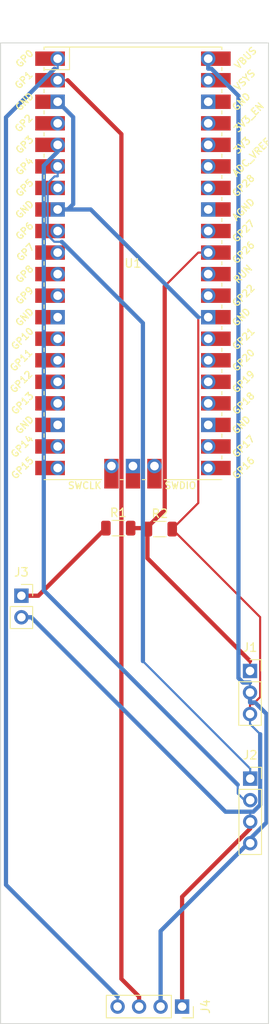
<source format=kicad_pcb>
(kicad_pcb (version 20221018) (generator pcbnew)
  (layers (0 "F.Cu" signal) (31 "B.Cu" signal) (34 "B.Paste" user) (35 "F.Paste" user) (36 "B.SilkS" user "B.Silkscreen") (37 "F.SilkS" user "F.Silkscreen") (38 "B.Mask" user) (39 "F.Mask" user) (44 "Edge.Cuts" user))
  (net 0 "")
  (net 35 "/SIG")
  (net 36 "5V")
  (net 37 "GND")
  (net 38 "/GP13")
  (net 39 "/GP12")
  (net 40 "/VIN")
  (net 41 "/DIO")
  (net 42 "/CLK")
  (footprint "Connector_PinSocket_2.54mm:PinSocket_1x03_P2.54mm_Vertical" (layer "F.Cu") (at 156.0225 118.72)
    (fp_text reference "J1" (at 0 -2.77) (layer "F.SilkS"))
    (fp_text value "SENS")
    (fp_line (start -1.33 1.27) (end -1.33 6.41) (stroke (width 0.12)) (layer "F.SilkS"))
    (fp_line (start -1.33 1.27) (end 1.33 1.27) (stroke (width 0.12)) (layer "F.SilkS"))
    (fp_line (start -1.33 6.41) (end 1.33 6.41) (stroke (width 0.12)) (layer "F.SilkS"))
    (fp_line (start 0 -1.33) (end 1.33 -1.33) (stroke (width 0.12)) (layer "F.SilkS"))
    (fp_line (start 1.33 -1.33) (end 1.33 0) (stroke (width 0.12)) (layer "F.SilkS"))
    (fp_line (start 1.33 1.27) (end 1.33 6.41) (stroke (width 0.12)) (layer "F.SilkS"))
    (pad "1" thru_hole rect (at 0 0) (size 1.7 1.7) (drill 1) (layers "*.Cu" "*.Mask") (net 35 "/SIG"))
    (pad "2" thru_hole oval (at 0 2.54) (size 1.7 1.7) (drill 1) (layers "*.Cu" "*.Mask") (net 36 "5V"))
    (pad "3" thru_hole oval (at 0 5.08) (size 1.7 1.7) (drill 1) (layers "*.Cu" "*.Mask") (net 37 "GND"))
  )
  (footprint "Connector_PinSocket_2.54mm:PinSocket_1x04_P2.54mm_Vertical" (layer "F.Cu") (at 156.0475 131.41)
    (fp_text reference "J2" (at 0 -2.77) (layer "F.SilkS"))
    (fp_text value "CURRENT")
    (fp_line (start -1.33 1.27) (end -1.33 8.95) (stroke (width 0.12)) (layer "F.SilkS"))
    (fp_line (start -1.33 1.27) (end 1.33 1.27) (stroke (width 0.12)) (layer "F.SilkS"))
    (fp_line (start -1.33 8.95) (end 1.33 8.95) (stroke (width 0.12)) (layer "F.SilkS"))
    (fp_line (start 0 -1.33) (end 1.33 -1.33) (stroke (width 0.12)) (layer "F.SilkS"))
    (fp_line (start 1.33 -1.33) (end 1.33 0) (stroke (width 0.12)) (layer "F.SilkS"))
    (fp_line (start 1.33 1.27) (end 1.33 8.95) (stroke (width 0.12)) (layer "F.SilkS"))
    (pad "1" thru_hole rect (at 0 0) (size 1.7 1.7) (drill 1) (layers "*.Cu" "*.Mask") (net 38 "/GP13"))
    (pad "2" thru_hole oval (at 0 2.54) (size 1.7 1.7) (drill 1) (layers "*.Cu" "*.Mask") (net 39 "/GP12"))
    (pad "3" thru_hole oval (at 0 5.08) (size 1.7 1.7) (drill 1) (layers "*.Cu" "*.Mask") (net 37 "GND"))
    (pad "4" thru_hole oval (at 0 7.62) (size 1.7 1.7) (drill 1) (layers "*.Cu" "*.Mask") (net 36 "5V"))
  )
  (footprint "RPI PICO:RPi_Pico_SMD_TH" (layer "F.Cu") (at 142.1975 70.66)
    (fp_text reference "U1" (at 0 0) (layer "F.SilkS"))
    (fp_text value "Pico")
    (fp_text user "GP22" (at 13.054 3.81 45) (layer "F.SilkS") (effects (font (size 0.8 0.8))))
    (fp_text user "GP6" (at -12.8 -3.81 45) (layer "F.SilkS") (effects (font (size 0.8 0.8))))
    (fp_text user "GP11" (at -13.2 11.43 45) (layer "F.SilkS") (effects (font (size 0.8 0.8))))
    (fp_text user "GP10" (at -13.054 8.89 45) (layer "F.SilkS") (effects (font (size 0.8 0.8))))
    (fp_text user "GP7" (at -12.7 -1.3 45) (layer "F.SilkS") (effects (font (size 0.8 0.8))))
    (fp_text user "GP28" (at 13.054 -9.144 45) (layer "F.SilkS") (effects (font (size 0.8 0.8))))
    (fp_text user "VSYS" (at 13.2 -21.59 45) (layer "F.SilkS") (effects (font (size 0.8 0.8))))
    (fp_text user "VBUS" (at 13.3 -24.2 45) (layer "F.SilkS") (effects (font (size 0.8 0.8))))
    (fp_text user "ADC_VREF" (at 14 -12.5 45) (layer "F.SilkS") (effects (font (size 0.8 0.8))))
    (fp_text user "GP0" (at -12.8 -24.13 45) (layer "F.SilkS") (effects (font (size 0.8 0.8))))
    (fp_text user "GP21" (at 13.054 8.9 45) (layer "F.SilkS") (effects (font (size 0.8 0.8))))
    (fp_text user "3V3" (at 12.9 -13.9 45) (layer "F.SilkS") (effects (font (size 0.8 0.8))))
    (fp_text user "GND" (at 12.8 -19.05 45) (layer "F.SilkS") (effects (font (size 0.8 0.8))))
    (fp_text user "3V3_EN" (at 13.7 -17.2 45) (layer "F.SilkS") (effects (font (size 0.8 0.8))))
    (fp_text user "GP12" (at -13.2 13.97 45) (layer "F.SilkS") (effects (font (size 0.8 0.8))))
    (fp_text user "GND" (at -12.8 19.05 45) (layer "F.SilkS") (effects (font (size 0.8 0.8))))
    (fp_text user "GP14" (at -13.1 21.59 45) (layer "F.SilkS") (effects (font (size 0.8 0.8))))
    (fp_text user "GND" (at -12.8 -19.05 45) (layer "F.SilkS") (effects (font (size 0.8 0.8))))
    (fp_text user "GP8" (at -12.8 1.27 45) (layer "F.SilkS") (effects (font (size 0.8 0.8))))
    (fp_text user "AGND" (at 13.054 -6.35 45) (layer "F.SilkS") (effects (font (size 0.8 0.8))))
    (fp_text user "GND" (at 12.8 6.35 45) (layer "F.SilkS") (effects (font (size 0.8 0.8))))
    (fp_text user "GP16" (at 13.054 24.13 45) (layer "F.SilkS") (effects (font (size 0.8 0.8))))
    (fp_text user "GP19" (at 13.054 13.97 45) (layer "F.SilkS") (effects (font (size 0.8 0.8))))
    (fp_text user "GP1" (at -12.9 -21.6 45) (layer "F.SilkS") (effects (font (size 0.8 0.8))))
    (fp_text user "GP5" (at -12.8 -8.89 45) (layer "F.SilkS") (effects (font (size 0.8 0.8))))
    (fp_text user "GND" (at -12.8 -6.35 45) (layer "F.SilkS") (effects (font (size 0.8 0.8))))
    (fp_text user "GP9" (at -12.8 3.81 45) (layer "F.SilkS") (effects (font (size 0.8 0.8))))
    (fp_text user "GND" (at -12.8 6.35 45) (layer "F.SilkS") (effects (font (size 0.8 0.8))))
    (fp_text user "GP18" (at 13.054 16.51 45) (layer "F.SilkS") (effects (font (size 0.8 0.8))))
    (fp_text user "GP20" (at 13.054 11.43 45) (layer "F.SilkS") (effects (font (size 0.8 0.8))))
    (fp_text user "GP2" (at -12.9 -16.51 45) (layer "F.SilkS") (effects (font (size 0.8 0.8))))
    (fp_text user "GP13" (at -13.054 16.51 45) (layer "F.SilkS") (effects (font (size 0.8 0.8))))
    (fp_text user "GP27" (at 13.054 -3.8 45) (layer "F.SilkS") (effects (font (size 0.8 0.8))))
    (fp_text user "GND" (at 12.8 19.05 45) (layer "F.SilkS") (effects (font (size 0.8 0.8))))
    (fp_text user "RUN" (at 13 1.27 45) (layer "F.SilkS") (effects (font (size 0.8 0.8))))
    (fp_text user "GP17" (at 13.054 21.59 45) (layer "F.SilkS") (effects (font (size 0.8 0.8))))
    (fp_text user "SWDIO" (at 5.6 26.2) (layer "F.SilkS") (effects (font (size 0.8 0.8))))
    (fp_text user "GP3" (at -12.8 -13.97 45) (layer "F.SilkS") (effects (font (size 0.8 0.8))))
    (fp_text user "GP15" (at -13.054 24.13 45) (layer "F.SilkS") (effects (font (size 0.8 0.8))))
    (fp_text user "GP26" (at 13.054 -1.27 45) (layer "F.SilkS") (effects (font (size 0.8 0.8))))
    (fp_text user "SWCLK" (at -5.7 26.2) (layer "F.SilkS") (effects (font (size 0.8 0.8))))
    (fp_text user "GP4" (at -12.8 -11.43 45) (layer "F.SilkS") (effects (font (size 0.8 0.8))))
    (fp_line (start -10.5 -25.5) (end -10.5 -25.2) (stroke (width 0.12)) (layer "F.SilkS"))
    (fp_line (start -10.5 -25.5) (end 10.5 -25.5) (stroke (width 0.12)) (layer "F.SilkS"))
    (fp_line (start -10.5 -23.1) (end -10.5 -22.7) (stroke (width 0.12)) (layer "F.SilkS"))
    (fp_line (start -10.5 -22.833) (end -7.493 -22.833) (stroke (width 0.12)) (layer "F.SilkS"))
    (fp_line (start -10.5 -20.5) (end -10.5 -20.1) (stroke (width 0.12)) (layer "F.SilkS"))
    (fp_line (start -10.5 -18) (end -10.5 -17.6) (stroke (width 0.12)) (layer "F.SilkS"))
    (fp_line (start -10.5 -15.4) (end -10.5 -15) (stroke (width 0.12)) (layer "F.SilkS"))
    (fp_line (start -10.5 -12.9) (end -10.5 -12.5) (stroke (width 0.12)) (layer "F.SilkS"))
    (fp_line (start -10.5 -10.4) (end -10.5 -10) (stroke (width 0.12)) (layer "F.SilkS"))
    (fp_line (start -10.5 -7.8) (end -10.5 -7.4) (stroke (width 0.12)) (layer "F.SilkS"))
    (fp_line (start -10.5 -5.3) (end -10.5 -4.9) (stroke (width 0.12)) (layer "F.SilkS"))
    (fp_line (start -10.5 -2.7) (end -10.5 -2.3) (stroke (width 0.12)) (layer "F.SilkS"))
    (fp_line (start -10.5 -0.2) (end -10.5 0.2) (stroke (width 0.12)) (layer "F.SilkS"))
    (fp_line (start -10.5 2.3) (end -10.5 2.7) (stroke (width 0.12)) (layer "F.SilkS"))
    (fp_line (start -10.5 4.9) (end -10.5 5.3) (stroke (width 0.12)) (layer "F.SilkS"))
    (fp_line (start -10.5 7.4) (end -10.5 7.8) (stroke (width 0.12)) (layer "F.SilkS"))
    (fp_line (start -10.5 10) (end -10.5 10.4) (stroke (width 0.12)) (layer "F.SilkS"))
    (fp_line (start -10.5 12.5) (end -10.5 12.9) (stroke (width 0.12)) (layer "F.SilkS"))
    (fp_line (start -10.5 15.1) (end -10.5 15.5) (stroke (width 0.12)) (layer "F.SilkS"))
    (fp_line (start -10.5 17.6) (end -10.5 18) (stroke (width 0.12)) (layer "F.SilkS"))
    (fp_line (start -10.5 20.1) (end -10.5 20.5) (stroke (width 0.12)) (layer "F.SilkS"))
    (fp_line (start -10.5 22.7) (end -10.5 23.1) (stroke (width 0.12)) (layer "F.SilkS"))
    (fp_line (start -7.493 -22.833) (end -7.493 -25.5) (stroke (width 0.12)) (layer "F.SilkS"))
    (fp_line (start -3.7 25.5) (end -10.5 25.5) (stroke (width 0.12)) (layer "F.SilkS"))
    (fp_line (start -1.5 25.5) (end -1.1 25.5) (stroke (width 0.12)) (layer "F.SilkS"))
    (fp_line (start 1.1 25.5) (end 1.5 25.5) (stroke (width 0.12)) (layer "F.SilkS"))
    (fp_line (start 10.5 -25.5) (end 10.5 -25.2) (stroke (width 0.12)) (layer "F.SilkS"))
    (fp_line (start 10.5 -23.1) (end 10.5 -22.7) (stroke (width 0.12)) (layer "F.SilkS"))
    (fp_line (start 10.5 -20.5) (end 10.5 -20.1) (stroke (width 0.12)) (layer "F.SilkS"))
    (fp_line (start 10.5 -18) (end 10.5 -17.6) (stroke (width 0.12)) (layer "F.SilkS"))
    (fp_line (start 10.5 -15.4) (end 10.5 -15) (stroke (width 0.12)) (layer "F.SilkS"))
    (fp_line (start 10.5 -12.9) (end 10.5 -12.5) (stroke (width 0.12)) (layer "F.SilkS"))
    (fp_line (start 10.5 -10.4) (end 10.5 -10) (stroke (width 0.12)) (layer "F.SilkS"))
    (fp_line (start 10.5 -7.8) (end 10.5 -7.4) (stroke (width 0.12)) (layer "F.SilkS"))
    (fp_line (start 10.5 -5.3) (end 10.5 -4.9) (stroke (width 0.12)) (layer "F.SilkS"))
    (fp_line (start 10.5 -2.7) (end 10.5 -2.3) (stroke (width 0.12)) (layer "F.SilkS"))
    (fp_line (start 10.5 -0.2) (end 10.5 0.2) (stroke (width 0.12)) (layer "F.SilkS"))
    (fp_line (start 10.5 2.3) (end 10.5 2.7) (stroke (width 0.12)) (layer "F.SilkS"))
    (fp_line (start 10.5 4.9) (end 10.5 5.3) (stroke (width 0.12)) (layer "F.SilkS"))
    (fp_line (start 10.5 7.4) (end 10.5 7.8) (stroke (width 0.12)) (layer "F.SilkS"))
    (fp_line (start 10.5 10) (end 10.5 10.4) (stroke (width 0.12)) (layer "F.SilkS"))
    (fp_line (start 10.5 12.5) (end 10.5 12.9) (stroke (width 0.12)) (layer "F.SilkS"))
    (fp_line (start 10.5 15.1) (end 10.5 15.5) (stroke (width 0.12)) (layer "F.SilkS"))
    (fp_line (start 10.5 17.6) (end 10.5 18) (stroke (width 0.12)) (layer "F.SilkS"))
    (fp_line (start 10.5 20.1) (end 10.5 20.5) (stroke (width 0.12)) (layer "F.SilkS"))
    (fp_line (start 10.5 22.7) (end 10.5 23.1) (stroke (width 0.12)) (layer "F.SilkS"))
    (fp_line (start 10.5 25.5) (end 3.7 25.5) (stroke (width 0.12)) (layer "F.SilkS"))
    (pad "" np_thru_hole oval (at -2.725 -24) (size 1.8 1.8) (drill 1.8) (layers "*.Cu" "*.Mask"))
    (pad "" np_thru_hole oval (at -2.425 -20.97) (size 1.5 1.5) (drill 1.5) (layers "*.Cu" "*.Mask"))
    (pad "" np_thru_hole oval (at 2.425 -20.97) (size 1.5 1.5) (drill 1.5) (layers "*.Cu" "*.Mask"))
    (pad "" np_thru_hole oval (at 2.725 -24) (size 1.8 1.8) (drill 1.8) (layers "*.Cu" "*.Mask"))
    (pad "1" thru_hole oval (at -8.89 -24.13) (size 1.7 1.7) (drill 1.02) (layers "*.Cu" "*.Mask") (net 42 "/CLK"))
    (pad "1" smd rect (at -8.89 -24.13) (size 3.5 1.7) (drill (offset -0.9 0)) (layers "F.Cu" "F.Mask") (net 42 "/CLK"))
    (pad "2" thru_hole oval (at -8.89 -21.59) (size 1.7 1.7) (drill 1.02) (layers "*.Cu" "*.Mask") (net 41 "/DIO"))
    (pad "2" smd rect (at -8.89 -21.59) (size 3.5 1.7) (drill (offset -0.9 0)) (layers "F.Cu" "F.Mask") (net 41 "/DIO"))
    (pad "3" thru_hole rect (at -8.89 -19.05) (size 1.7 1.7) (drill 1.02) (layers "*.Cu" "*.Mask") (net 37 "GND"))
    (pad "3" smd rect (at -8.89 -19.05) (size 3.5 1.7) (drill (offset -0.9 0)) (layers "F.Cu" "F.Mask") (net 37 "GND"))
    (pad "4" thru_hole oval (at -8.89 -16.51) (size 1.7 1.7) (drill 1.02) (layers "*.Cu" "*.Mask"))
    (pad "4" smd rect (at -8.89 -16.51) (size 3.5 1.7) (drill (offset -0.9 0)) (layers "F.Cu" "F.Mask"))
    (pad "5" thru_hole oval (at -8.89 -13.97) (size 1.7 1.7) (drill 1.02) (layers "*.Cu" "*.Mask") (net 39 "/GP12"))
    (pad "5" smd rect (at -8.89 -13.97) (size 3.5 1.7) (drill (offset -0.9 0)) (layers "F.Cu" "F.Mask") (net 39 "/GP12"))
    (pad "6" thru_hole oval (at -8.89 -11.43) (size 1.7 1.7) (drill 1.02) (layers "*.Cu" "*.Mask") (net 38 "/GP13"))
    (pad "6" smd rect (at -8.89 -11.43) (size 3.5 1.7) (drill (offset -0.9 0)) (layers "F.Cu" "F.Mask") (net 38 "/GP13"))
    (pad "7" thru_hole oval (at -8.89 -8.89) (size 1.7 1.7) (drill 1.02) (layers "*.Cu" "*.Mask"))
    (pad "7" smd rect (at -8.89 -8.89) (size 3.5 1.7) (drill (offset -0.9 0)) (layers "F.Cu" "F.Mask"))
    (pad "8" thru_hole rect (at -8.89 -6.35) (size 1.7 1.7) (drill 1.02) (layers "*.Cu" "*.Mask") (net 37 "GND"))
    (pad "8" smd rect (at -8.89 -6.35) (size 3.5 1.7) (drill (offset -0.9 0)) (layers "F.Cu" "F.Mask") (net 37 "GND"))
    (pad "9" thru_hole oval (at -8.89 -3.81) (size 1.7 1.7) (drill 1.02) (layers "*.Cu" "*.Mask"))
    (pad "9" smd rect (at -8.89 -3.81) (size 3.5 1.7) (drill (offset -0.9 0)) (layers "F.Cu" "F.Mask"))
    (pad "10" thru_hole oval (at -8.89 -1.27) (size 1.7 1.7) (drill 1.02) (layers "*.Cu" "*.Mask"))
    (pad "10" smd rect (at -8.89 -1.27) (size 3.5 1.7) (drill (offset -0.9 0)) (layers "F.Cu" "F.Mask"))
    (pad "11" thru_hole oval (at -8.89 1.27) (size 1.7 1.7) (drill 1.02) (layers "*.Cu" "*.Mask"))
    (pad "11" smd rect (at -8.89 1.27) (size 3.5 1.7) (drill (offset -0.9 0)) (layers "F.Cu" "F.Mask"))
    (pad "12" thru_hole oval (at -8.89 3.81) (size 1.7 1.7) (drill 1.02) (layers "*.Cu" "*.Mask"))
    (pad "12" smd rect (at -8.89 3.81) (size 3.5 1.7) (drill (offset -0.9 0)) (layers "F.Cu" "F.Mask"))
    (pad "13" thru_hole rect (at -8.89 6.35) (size 1.7 1.7) (drill 1.02) (layers "*.Cu" "*.Mask"))
    (pad "13" smd rect (at -8.89 6.35) (size 3.5 1.7) (drill (offset -0.9 0)) (layers "F.Cu" "F.Mask"))
    (pad "14" thru_hole oval (at -8.89 8.89) (size 1.7 1.7) (drill 1.02) (layers "*.Cu" "*.Mask"))
    (pad "14" smd rect (at -8.89 8.89) (size 3.5 1.7) (drill (offset -0.9 0)) (layers "F.Cu" "F.Mask"))
    (pad "15" thru_hole oval (at -8.89 11.43) (size 1.7 1.7) (drill 1.02) (layers "*.Cu" "*.Mask"))
    (pad "15" smd rect (at -8.89 11.43) (size 3.5 1.7) (drill (offset -0.9 0)) (layers "F.Cu" "F.Mask"))
    (pad "16" thru_hole oval (at -8.89 13.97) (size 1.7 1.7) (drill 1.02) (layers "*.Cu" "*.Mask"))
    (pad "16" smd rect (at -8.89 13.97) (size 3.5 1.7) (drill (offset -0.9 0)) (layers "F.Cu" "F.Mask"))
    (pad "17" thru_hole oval (at -8.89 16.51) (size 1.7 1.7) (drill 1.02) (layers "*.Cu" "*.Mask"))
    (pad "17" smd rect (at -8.89 16.51) (size 3.5 1.7) (drill (offset -0.9 0)) (layers "F.Cu" "F.Mask"))
    (pad "18" thru_hole rect (at -8.89 19.05) (size 1.7 1.7) (drill 1.02) (layers "*.Cu" "*.Mask"))
    (pad "18" smd rect (at -8.89 19.05) (size 3.5 1.7) (drill (offset -0.9 0)) (layers "F.Cu" "F.Mask"))
    (pad "19" thru_hole oval (at -8.89 21.59) (size 1.7 1.7) (drill 1.02) (layers "*.Cu" "*.Mask"))
    (pad "19" smd rect (at -8.89 21.59) (size 3.5 1.7) (drill (offset -0.9 0)) (layers "F.Cu" "F.Mask"))
    (pad "20" thru_hole oval (at -8.89 24.13) (size 1.7 1.7) (drill 1.02) (layers "*.Cu" "*.Mask"))
    (pad "20" smd rect (at -8.89 24.13) (size 3.5 1.7) (drill (offset -0.9 0)) (layers "F.Cu" "F.Mask"))
    (pad "21" thru_hole oval (at 8.89 24.13) (size 1.7 1.7) (drill 1.02) (layers "*.Cu" "*.Mask"))
    (pad "21" smd rect (at 8.89 24.13) (size 3.5 1.7) (drill (offset 0.9 0)) (layers "F.Cu" "F.Mask"))
    (pad "22" thru_hole oval (at 8.89 21.59) (size 1.7 1.7) (drill 1.02) (layers "*.Cu" "*.Mask"))
    (pad "22" smd rect (at 8.89 21.59) (size 3.5 1.7) (drill (offset 0.9 0)) (layers "F.Cu" "F.Mask"))
    (pad "23" thru_hole rect (at 8.89 19.05) (size 1.7 1.7) (drill 1.02) (layers "*.Cu" "*.Mask"))
    (pad "23" smd rect (at 8.89 19.05) (size 3.5 1.7) (drill (offset 0.9 0)) (layers "F.Cu" "F.Mask"))
    (pad "24" thru_hole oval (at 8.89 16.51) (size 1.7 1.7) (drill 1.02) (layers "*.Cu" "*.Mask"))
    (pad "24" smd rect (at 8.89 16.51) (size 3.5 1.7) (drill (offset 0.9 0)) (layers "F.Cu" "F.Mask"))
    (pad "25" thru_hole oval (at 8.89 13.97) (size 1.7 1.7) (drill 1.02) (layers "*.Cu" "*.Mask"))
    (pad "25" smd rect (at 8.89 13.97) (size 3.5 1.7) (drill (offset 0.9 0)) (layers "F.Cu" "F.Mask"))
    (pad "26" thru_hole oval (at 8.89 11.43) (size 1.7 1.7) (drill 1.02) (layers "*.Cu" "*.Mask"))
    (pad "26" smd rect (at 8.89 11.43) (size 3.5 1.7) (drill (offset 0.9 0)) (layers "F.Cu" "F.Mask"))
    (pad "27" thru_hole oval (at 8.89 8.89) (size 1.7 1.7) (drill 1.02) (layers "*.Cu" "*.Mask"))
    (pad "27" smd rect (at 8.89 8.89) (size 3.5 1.7) (drill (offset 0.9 0)) (layers "F.Cu" "F.Mask"))
    (pad "28" thru_hole rect (at 8.89 6.35) (size 1.7 1.7) (drill 1.02) (layers "*.Cu" "*.Mask") (net 37 "GND"))
    (pad "28" smd rect (at 8.89 6.35) (size 3.5 1.7) (drill (offset 0.9 0)) (layers "F.Cu" "F.Mask") (net 37 "GND"))
    (pad "29" thru_hole oval (at 8.89 3.81) (size 1.7 1.7) (drill 1.02) (layers "*.Cu" "*.Mask"))
    (pad "29" smd rect (at 8.89 3.81) (size 3.5 1.7) (drill (offset 0.9 0)) (layers "F.Cu" "F.Mask"))
    (pad "30" thru_hole oval (at 8.89 1.27) (size 1.7 1.7) (drill 1.02) (layers "*.Cu" "*.Mask"))
    (pad "30" smd rect (at 8.89 1.27) (size 3.5 1.7) (drill (offset 0.9 0)) (layers "F.Cu" "F.Mask"))
    (pad "31" thru_hole oval (at 8.89 -1.27) (size 1.7 1.7) (drill 1.02) (layers "*.Cu" "*.Mask") (net 35 "/SIG"))
    (pad "31" smd rect (at 8.89 -1.27) (size 3.5 1.7) (drill (offset 0.9 0)) (layers "F.Cu" "F.Mask") (net 35 "/SIG"))
    (pad "32" thru_hole oval (at 8.89 -3.81) (size 1.7 1.7) (drill 1.02) (layers "*.Cu" "*.Mask"))
    (pad "32" smd rect (at 8.89 -3.81) (size 3.5 1.7) (drill (offset 0.9 0)) (layers "F.Cu" "F.Mask"))
    (pad "33" thru_hole rect (at 8.89 -6.35) (size 1.7 1.7) (drill 1.02) (layers "*.Cu" "*.Mask"))
    (pad "33" smd rect (at 8.89 -6.35) (size 3.5 1.7) (drill (offset 0.9 0)) (layers "F.Cu" "F.Mask"))
    (pad "34" thru_hole oval (at 8.89 -8.89) (size 1.7 1.7) (drill 1.02) (layers "*.Cu" "*.Mask"))
    (pad "34" smd rect (at 8.89 -8.89) (size 3.5 1.7) (drill (offset 0.9 0)) (layers "F.Cu" "F.Mask"))
    (pad "35" thru_hole oval (at 8.89 -11.43) (size 1.7 1.7) (drill 1.02) (layers "*.Cu" "*.Mask"))
    (pad "35" smd rect (at 8.89 -11.43) (size 3.5 1.7) (drill (offset 0.9 0)) (layers "F.Cu" "F.Mask"))
    (pad "36" thru_hole oval (at 8.89 -13.97) (size 1.7 1.7) (drill 1.02) (layers "*.Cu" "*.Mask"))
    (pad "36" smd rect (at 8.89 -13.97) (size 3.5 1.7) (drill (offset 0.9 0)) (layers "F.Cu" "F.Mask"))
    (pad "37" thru_hole oval (at 8.89 -16.51) (size 1.7 1.7) (drill 1.02) (layers "*.Cu" "*.Mask"))
    (pad "37" smd rect (at 8.89 -16.51) (size 3.5 1.7) (drill (offset 0.9 0)) (layers "F.Cu" "F.Mask"))
    (pad "38" thru_hole rect (at 8.89 -19.05) (size 1.7 1.7) (drill 1.02) (layers "*.Cu" "*.Mask"))
    (pad "38" smd rect (at 8.89 -19.05) (size 3.5 1.7) (drill (offset 0.9 0)) (layers "F.Cu" "F.Mask"))
    (pad "39" thru_hole oval (at 8.89 -21.59) (size 1.7 1.7) (drill 1.02) (layers "*.Cu" "*.Mask"))
    (pad "39" smd rect (at 8.89 -21.59) (size 3.5 1.7) (drill (offset 0.9 0)) (layers "F.Cu" "F.Mask"))
    (pad "40" thru_hole oval (at 8.89 -24.13) (size 1.7 1.7) (drill 1.02) (layers "*.Cu" "*.Mask") (net 36 "5V"))
    (pad "40" smd rect (at 8.89 -24.13) (size 3.5 1.7) (drill (offset 0.9 0)) (layers "F.Cu" "F.Mask") (net 36 "5V"))
    (pad "41" thru_hole oval (at -2.54 23.9) (size 1.7 1.7) (drill 1.02) (layers "*.Cu" "*.Mask"))
    (pad "41" smd rect (at -2.54 23.9 90) (size 3.5 1.7) (drill (offset -0.9 0)) (layers "F.Cu" "F.Mask"))
    (pad "42" thru_hole rect (at 0 23.9) (size 1.7 1.7) (drill 1.02) (layers "*.Cu" "*.Mask"))
    (pad "42" smd rect (at 0 23.9 90) (size 3.5 1.7) (drill (offset -0.9 0)) (layers "F.Cu" "F.Mask"))
    (pad "43" thru_hole oval (at 2.54 23.9) (size 1.7 1.7) (drill 1.02) (layers "*.Cu" "*.Mask"))
    (pad "43" smd rect (at 2.54 23.9 90) (size 3.5 1.7) (drill (offset -0.9 0)) (layers "F.Cu" "F.Mask"))
  )
  (footprint "Resistor_SMD:R_1206_3216Metric" (layer "F.Cu") (at 140.4625 101.88)
    (fp_text reference "R1" (at 0 -1.82) (layer "F.SilkS"))
    (fp_text value "30")
    (fp_line (start -0.727064 -0.91) (end 0.727064 -0.91) (stroke (width 0.12)) (layer "F.SilkS"))
    (fp_line (start -0.727064 0.91) (end 0.727064 0.91) (stroke (width 0.12)) (layer "F.SilkS"))
    (pad "1" smd roundrect (at -1.4625 0) (size 1.125 1.75) (layers "F.Cu" "F.Paste" "F.Mask") (roundrect_rratio 0.222222) (net 40 "/VIN"))
    (pad "2" smd roundrect (at 1.4625 0) (size 1.125 1.75) (layers "F.Cu" "F.Paste" "F.Mask") (roundrect_rratio 0.222222) (net 35 "/SIG"))
  )
  (footprint "Connector_PinSocket_2.54mm:PinSocket_1x04_P2.54mm_Vertical" (layer "F.Cu") (at 148.0025 158.29 -90)
    (fp_text reference "J4" (at 0 -2.77 90) (layer "F.SilkS"))
    (fp_text value "LCD")
    (fp_line (start -1.33 1.27) (end -1.33 8.95) (stroke (width 0.12)) (layer "F.SilkS"))
    (fp_line (start -1.33 1.27) (end 1.33 1.27) (stroke (width 0.12)) (layer "F.SilkS"))
    (fp_line (start -1.33 8.95) (end 1.33 8.95) (stroke (width 0.12)) (layer "F.SilkS"))
    (fp_line (start 0 -1.33) (end 1.33 -1.33) (stroke (width 0.12)) (layer "F.SilkS"))
    (fp_line (start 1.33 -1.33) (end 1.33 0) (stroke (width 0.12)) (layer "F.SilkS"))
    (fp_line (start 1.33 1.27) (end 1.33 8.95) (stroke (width 0.12)) (layer "F.SilkS"))
    (pad "1" thru_hole rect (at 0 0 270) (size 1.7 1.7) (drill 1) (layers "*.Cu" "*.Mask") (net 37 "GND"))
    (pad "2" thru_hole oval (at 0 2.54 270) (size 1.7 1.7) (drill 1) (layers "*.Cu" "*.Mask") (net 36 "5V"))
    (pad "3" thru_hole oval (at 0 5.08 270) (size 1.7 1.7) (drill 1) (layers "*.Cu" "*.Mask") (net 41 "/DIO"))
    (pad "4" thru_hole oval (at 0 7.62 270) (size 1.7 1.7) (drill 1) (layers "*.Cu" "*.Mask") (net 42 "/CLK"))
  )
  (footprint "Resistor_SMD:R_1206_3216Metric" (layer "F.Cu") (at 145.3725 101.99)
    (fp_text reference "R2" (at 0 -1.82) (layer "F.SilkS"))
    (fp_text value "7.5")
    (fp_line (start -0.727064 -0.91) (end 0.727064 -0.91) (stroke (width 0.12)) (layer "F.SilkS"))
    (fp_line (start -0.727064 0.91) (end 0.727064 0.91) (stroke (width 0.12)) (layer "F.SilkS"))
    (pad "1" smd roundrect (at -1.4625 0) (size 1.125 1.75) (layers "F.Cu" "F.Paste" "F.Mask") (roundrect_rratio 0.222222) (net 35 "/SIG"))
    (pad "2" smd roundrect (at 1.4625 0) (size 1.125 1.75) (layers "F.Cu" "F.Paste" "F.Mask") (roundrect_rratio 0.222222) (net 37 "GND"))
  )
  (footprint "Connector_PinSocket_2.54mm:PinSocket_1x02_P2.54mm_Vertical" (layer "F.Cu") (at 129.0225 109.85)
    (fp_text reference "J3" (at 0 -2.77) (layer "F.SilkS"))
    (fp_text value "DIRECT IN\\")
    (fp_line (start -1.33 1.27) (end -1.33 3.87) (stroke (width 0.12)) (layer "F.SilkS"))
    (fp_line (start -1.33 1.27) (end 1.33 1.27) (stroke (width 0.12)) (layer "F.SilkS"))
    (fp_line (start -1.33 3.87) (end 1.33 3.87) (stroke (width 0.12)) (layer "F.SilkS"))
    (fp_line (start 0 -1.33) (end 1.33 -1.33) (stroke (width 0.12)) (layer "F.SilkS"))
    (fp_line (start 1.33 -1.33) (end 1.33 0) (stroke (width 0.12)) (layer "F.SilkS"))
    (fp_line (start 1.33 1.27) (end 1.33 3.87) (stroke (width 0.12)) (layer "F.SilkS"))
    (pad "1" thru_hole rect (at 0 0) (size 1.7 1.7) (drill 1) (layers "*.Cu" "*.Mask") (net 40 "/VIN"))
    (pad "2" thru_hole oval (at 0 2.54) (size 1.7 1.7) (drill 1) (layers "*.Cu" "*.Mask") (net 37 "GND"))
  )
  (gr_rect (start 126.5625 44.67) (end 158.2025 160.3) (stroke (width 0.1)) (fill none) (layer "Edge.Cuts"))
  (segment (start 143.8 101.88) (end 143.91 101.99) (width 0.25) (layer "F.Cu") (net 35))
  (segment (start 151.0875 69.39) (end 149.9124 69.39) (width 0.25) (layer "F.Cu") (net 35))
  (segment (start 141.925 101.88) (end 143.8 101.88) (width 0.5) (layer "F.Cu") (net 35))
  (segment (start 145.9463 99.7337) (end 143.8 101.88) (width 0.5) (layer "F.Cu") (net 35))
  (segment (start 156.0225 118.72) (end 156.0225 117.5449) (width 0.25) (layer "F.Cu") (net 35))
  (segment (start 145.9463 73.3561) (end 145.9463 99.7337) (width 0.5) (layer "F.Cu") (net 35))
  (segment (start 156.0225 117.5449) (end 143.91 105.4324) (width 0.5) (layer "F.Cu") (net 35))
  (segment (start 143.91 105.4324) (end 143.91 101.99) (width 0.5) (layer "F.Cu") (net 35))
  (segment (start 149.9124 69.39) (end 145.9463 73.3561) (width 0.25) (layer "F.Cu") (net 35))
  (segment (start 154.6577 50.9081) (end 154.6577 119.5511) (width 0.5) (layer "B.Cu") (net 36))
  (segment (start 157.96 136.59) (end 156.0475 138.5025) (width 0.5) (layer "B.Cu") (net 36))
  (segment (start 156.0225 121.26) (end 156.0225 122.4351) (width 0.5) (layer "B.Cu") (net 36))
  (segment (start 156.0475 139.03) (end 156.0475 138.794) (width 0.25) (layer "B.Cu") (net 36))
  (segment (start 156.0225 121.26) (end 156.0225 120.0849) (width 0.25) (layer "B.Cu") (net 36))
  (segment (start 157.96 123.7758) (end 157.96 136.59) (width 0.5) (layer "B.Cu") (net 36))
  (segment (start 156.6193 122.4351) (end 157.96 123.7758) (width 0.5) (layer "B.Cu") (net 36))
  (segment (start 156.0225 122.4351) (end 156.6193 122.4351) (width 0.5) (layer "B.Cu") (net 36))
  (segment (start 156.0475 138.5025) (end 156.0475 138.794) (width 0.25) (layer "B.Cu") (net 36))
  (segment (start 155.1915 120.0849) (end 156.0225 120.0849) (width 0.5) (layer "B.Cu") (net 36))
  (segment (start 154.6577 119.5511) (end 155.1915 120.0849) (width 0.5) (layer "B.Cu") (net 36))
  (segment (start 151.4547 47.7051) (end 154.6577 50.9081) (width 0.5) (layer "B.Cu") (net 36))
  (segment (start 151.0875 46.53) (end 151.0875 47.7051) (width 0.5) (layer "B.Cu") (net 36))
  (segment (start 156.0475 138.794) (end 145.4625 149.379) (width 0.5) (layer "B.Cu") (net 36))
  (segment (start 145.4625 149.379) (end 145.4625 158.29) (width 0.5) (layer "B.Cu") (net 36))
  (segment (start 151.0875 47.7051) (end 151.4547 47.7051) (width 0.5) (layer "B.Cu") (net 36))
  (segment (start 149.9124 98.9126) (end 146.835 101.99) (width 0.25) (layer "F.Cu") (net 37))
  (segment (start 156.0475 137.2979) (end 155.6803 137.6651) (width 0.5) (layer "F.Cu") (net 37))
  (segment (start 149.9124 77.01) (end 149.9124 98.9126) (width 0.25) (layer "F.Cu") (net 37))
  (segment (start 156.3877 122.6249) (end 156.0225 122.6249) (width 0.25) (layer "F.Cu") (net 37))
  (segment (start 146.835 101.99) (end 157.2167 112.3717) (width 0.25) (layer "F.Cu") (net 37))
  (segment (start 157.2167 121.7959) (end 156.3877 122.6249) (width 0.25) (layer "F.Cu") (net 37))
  (segment (start 156.0225 123.8) (end 156.0225 122.6249) (width 0.25) (layer "F.Cu") (net 37))
  (segment (start 156.0475 136.49) (end 156.0475 137.2979) (width 0.5) (layer "F.Cu") (net 37))
  (segment (start 157.2167 112.3717) (end 157.2167 121.7959) (width 0.25) (layer "F.Cu") (net 37))
  (segment (start 151.0875 77.01) (end 149.9124 77.01) (width 0.25) (layer "F.Cu") (net 37))
  (segment (start 148.0025 145.3429) (end 148.0025 158.29) (width 0.5) (layer "F.Cu") (net 37))
  (segment (start 155.6803 137.6651) (end 148.0025 145.3429) (width 0.5) (layer "F.Cu") (net 37))
  (segment (start 135.14 53.42) (end 133.3075 51.5875) (width 0.5) (layer "B.Cu") (net 37))
  (segment (start 149.9124 77.01) (end 137.2124 64.31) (width 0.5) (layer "B.Cu") (net 37))
  (segment (start 156.0225 123.8) (end 156.0225 124.9751) (width 0.25) (layer "B.Cu") (net 37))
  (segment (start 134.5117 64.31) (end 135.14 63.6817) (width 0.5) (layer "B.Cu") (net 37))
  (segment (start 134.5117 64.31) (end 133.3075 64.31) (width 0.5) (layer "B.Cu") (net 37))
  (segment (start 157.2227 134.5069) (end 157.2227 126.1753) (width 0.5) (layer "B.Cu") (net 37))
  (segment (start 133.3075 51.5875) (end 133.3075 51.61) (width 0.25) (layer "B.Cu") (net 37))
  (segment (start 157.2227 126.1753) (end 156.0225 124.9751) (width 0.25) (layer "B.Cu") (net 37))
  (segment (start 130.1976 112.39) (end 153.1225 135.3149) (width 0.5) (layer "B.Cu") (net 37))
  (segment (start 137.2124 64.31) (end 134.5117 64.31) (width 0.5) (layer "B.Cu") (net 37))
  (segment (start 153.1225 135.3149) (end 156.0475 135.3149) (width 0.5) (layer "B.Cu") (net 37))
  (segment (start 135.14 63.6817) (end 135.14 53.42) (width 0.5) (layer "B.Cu") (net 37))
  (segment (start 151.0875 77.01) (end 149.9124 77.01) (width 0.25) (layer "B.Cu") (net 37))
  (segment (start 156.4147 135.3149) (end 157.2227 134.5069) (width 0.5) (layer "B.Cu") (net 37))
  (segment (start 156.0475 135.3149) (end 156.4147 135.3149) (width 0.5) (layer "B.Cu") (net 37))
  (segment (start 156.0475 136.49) (end 156.0475 135.3149) (width 0.25) (layer "B.Cu") (net 37))
  (segment (start 129.0225 112.39) (end 130.1976 112.39) (width 0.5) (layer "B.Cu") (net 37))
  (segment (start 143.3727 77.7015) (end 143.3727 117.5601) (width 0.5) (layer "B.Cu") (net 38))
  (segment (start 132.9403 60.4051) (end 132.125 61.2204) (width 0.25) (layer "B.Cu") (net 38))
  (segment (start 132.902 68.12) (end 133.7912 68.12) (width 0.25) (layer "B.Cu") (net 38))
  (segment (start 143.3727 117.5601) (end 156.0475 130.2349) (width 0.25) (layer "B.Cu") (net 38))
  (segment (start 133.7912 68.12) (end 143.3727 77.7015) (width 0.5) (layer "B.Cu") (net 38))
  (segment (start 133.3075 60.4051) (end 132.9403 60.4051) (width 0.25) (layer "B.Cu") (net 38))
  (segment (start 132.125 61.2204) (end 132.125 67.343) (width 0.25) (layer "B.Cu") (net 38))
  (segment (start 133.3075 59.23) (end 133.3075 60.4051) (width 0.25) (layer "B.Cu") (net 38))
  (segment (start 156.0475 131.41) (end 156.0475 130.2349) (width 0.25) (layer "B.Cu") (net 38))
  (segment (start 132.125 67.343) (end 132.902 68.12) (width 0.25) (layer "B.Cu") (net 38))
  (segment (start 155.4451 134.0351) (end 154.57 133.16) (width 0.25) (layer "B.Cu") (net 39))
  (segment (start 131.6652 109.2236) (end 131.6652 59.1402) (width 0.5) (layer "B.Cu") (net 39))
  (segment (start 156 134.0351) (end 155.4451 134.0351) (width 0.25) (layer "B.Cu") (net 39))
  (segment (start 133.3075 57.4979) (end 133.3075 56.69) (width 0.5) (layer "B.Cu") (net 39))
  (segment (start 131.6652 59.1402) (end 132.9403 57.8651) (width 0.5) (layer "B.Cu") (net 39))
  (segment (start 132.9403 57.8651) (end 133.3075 57.4979) (width 0.5) (layer "B.Cu") (net 39))
  (segment (start 154.57 132.1284) (end 131.6652 109.2236) (width 0.5) (layer "B.Cu") (net 39))
  (segment (start 154.57 133.16) (end 154.57 132.97) (width 0.25) (layer "B.Cu") (net 39))
  (segment (start 154.57 133.16) (end 154.57 132.1284) (width 0.25) (layer "B.Cu") (net 39))
  (segment (start 131.03 109.85) (end 139 101.88) (width 0.5) (layer "F.Cu") (net 40))
  (segment (start 129.0225 109.85) (end 131.03 109.85) (width 0.5) (layer "F.Cu") (net 40))
  (segment (start 129.022 109.85) (end 129.0225 109.85) (width 0.25) (layer "F.Cu") (net 40))
  (segment (start 140.8327 155.0251) (end 140.8327 55.4201) (width 0.5) (layer "F.Cu") (net 41))
  (segment (start 140.8327 55.4201) (end 134.4826 49.07) (width 0.5) (layer "F.Cu") (net 41))
  (segment (start 133.3075 49.07) (end 134.4826 49.07) (width 0.25) (layer "F.Cu") (net 41))
  (segment (start 142.9225 157.1149) (end 140.8327 155.0251) (width 0.5) (layer "F.Cu") (net 41))
  (segment (start 142.9225 158.29) (end 142.9225 157.1149) (width 0.5) (layer "F.Cu") (net 41))
  (segment (start 127.2 143.9324) (end 140.3825 157.1149) (width 0.5) (layer "B.Cu") (net 42))
  (segment (start 127.2 53.4454) (end 127.2 143.9324) (width 0.5) (layer "B.Cu") (net 42))
  (segment (start 133.3075 47.7051) (end 132.9403 47.7051) (width 0.25) (layer "B.Cu") (net 42))
  (segment (start 140.3825 157.1149) (end 140.3825 158.29) (width 0.25) (layer "B.Cu") (net 42))
  (segment (start 132.9403 47.7051) (end 127.2 53.4454) (width 0.5) (layer "B.Cu") (net 42))
  (segment (start 133.3075 46.53) (end 133.3075 47.7051) (width 0.25) (layer "B.Cu") (net 42))
)
</source>
